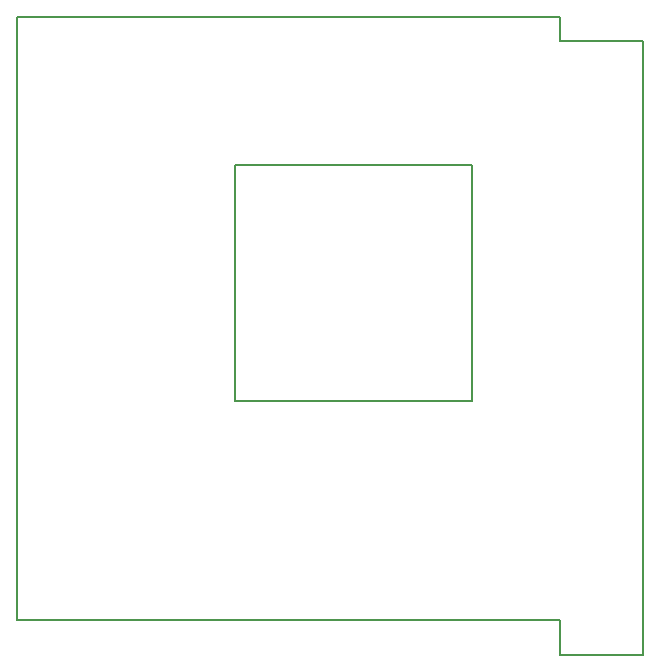
<source format=gm1>
G04 #@! TF.GenerationSoftware,KiCad,Pcbnew,(2017-11-06 revision 9df4ae65e)-makepkg*
G04 #@! TF.CreationDate,2019-02-04T19:17:38-08:00*
G04 #@! TF.ProjectId,Behavior rig board,4265686176696F722072696720626F61,rev?*
G04 #@! TF.SameCoordinates,Original*
G04 #@! TF.FileFunction,Profile,NP*
%FSLAX46Y46*%
G04 Gerber Fmt 4.6, Leading zero omitted, Abs format (unit mm)*
G04 Created by KiCad (PCBNEW (2017-11-06 revision 9df4ae65e)-makepkg) date 02/04/19 19:17:38*
%MOMM*%
%LPD*%
G01*
G04 APERTURE LIST*
%ADD10C,0.150000*%
%ADD11C,0.200000*%
G04 APERTURE END LIST*
D10*
X198000000Y-103000000D02*
X198000000Y-100000000D01*
D11*
X198000000Y-49000000D02*
X152000000Y-49000000D01*
X198000000Y-49000000D02*
X198000000Y-51000000D01*
X205000000Y-51000000D02*
X198000000Y-51000000D01*
D10*
X198000000Y-100000000D02*
X152000000Y-100000000D01*
X152000000Y-100000000D02*
X152000000Y-49000000D01*
X205000000Y-103000000D02*
X198000000Y-103000000D01*
X205000000Y-51000000D02*
X205000000Y-103000000D01*
X190500000Y-81500000D02*
X190500000Y-61500000D01*
X170500000Y-81500000D02*
X190500000Y-81500000D01*
X170500000Y-61500000D02*
X170500000Y-81500000D01*
X190500000Y-61500000D02*
X170500000Y-61500000D01*
M02*

</source>
